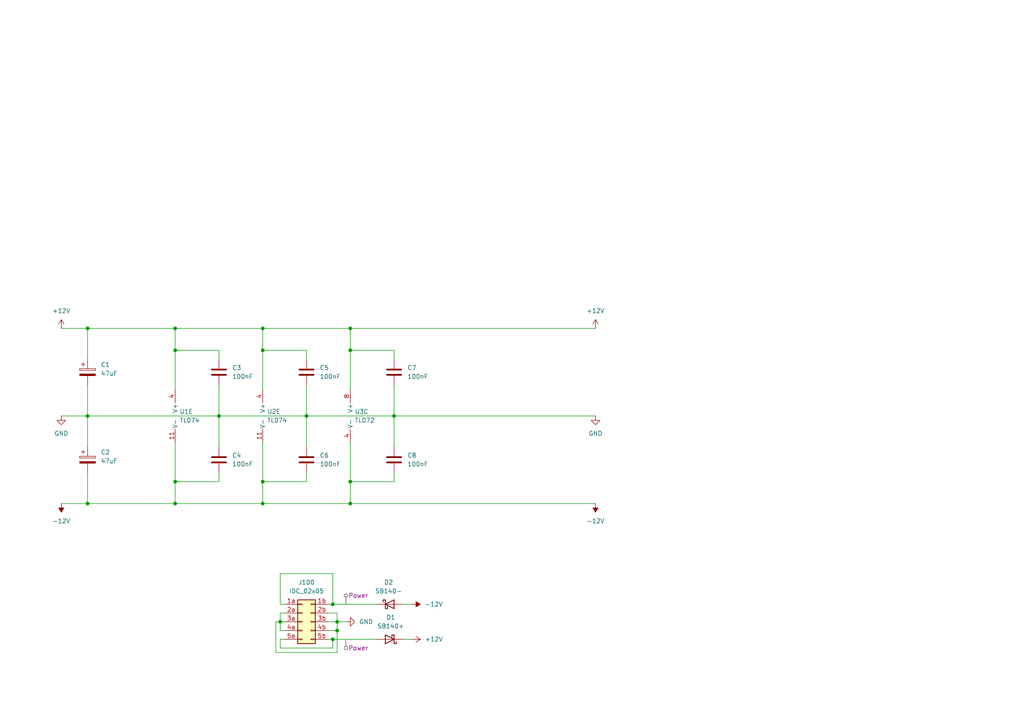
<source format=kicad_sch>
(kicad_sch (version 20250114) (generator "eeschema") (generator_version "9.0")
  (paper "A4")
  (title_block (title "Power Distribution") (company "DMH Instruments") (comment 1 "PCB for 5 cm Kosmo format synthesizer module"))
  (lib_symbols
    (symbol "Amplifier_Operational:TL072" (pin_names (offset 0.127))
      (property "Reference" "U" (at 0 5.08 0))
      (property "Value" "TL072" (at 0 -5.08 0))
      (symbol "TL072_1_1"
        (polyline (pts (xy -5.08 5.08) (xy 5.08 0) (xy -5.08 -5.08) (xy -5.08 5.08)) (stroke (width 0.254)) (fill (type background)))
        (pin input line (at -7.62 2.54 0) (length 2.54) (name "+") (number "3"))
        (pin input line (at -7.62 -2.54 0) (length 2.54) (name "-") (number "2"))
        (pin output line (at 7.62 0 180) (length 2.54) (name "~") (number "1"))
      )
      (symbol "TL072_2_1"
        (polyline (pts (xy -5.08 5.08) (xy 5.08 0) (xy -5.08 -5.08) (xy -5.08 5.08)) (stroke (width 0.254)) (fill (type background)))
        (pin input line (at -7.62 2.54 0) (length 2.54) (name "+") (number "5"))
        (pin input line (at -7.62 -2.54 0) (length 2.54) (name "-") (number "6"))
        (pin output line (at 7.62 0 180) (length 2.54) (name "~") (number "7"))
      )
      (symbol "TL072_3_1"
        (pin power_in line (at -2.54 7.62 270) (length 3.81) (name "V+") (number "8"))
        (pin power_in line (at -2.54 -7.62 90) (length 3.81) (name "V-") (number "4"))
      )
    )
    (symbol "Amplifier_Operational:TL074" (pin_names (offset 0.127))
      (property "Reference" "U" (at 0 5.08 0))
      (property "Value" "TL074" (at 0 -5.08 0))
      (symbol "TL074_1_1"
        (polyline (pts (xy -5.08 5.08) (xy 5.08 0) (xy -5.08 -5.08) (xy -5.08 5.08)) (stroke (width 0.254)) (fill (type background)))
        (pin input line (at -7.62 2.54 0) (length 2.54) (name "+") (number "3"))
        (pin input line (at -7.62 -2.54 0) (length 2.54) (name "-") (number "2"))
        (pin output line (at 7.62 0 180) (length 2.54) (name "~") (number "1"))
      )
      (symbol "TL074_2_1"
        (polyline (pts (xy -5.08 5.08) (xy 5.08 0) (xy -5.08 -5.08) (xy -5.08 5.08)) (stroke (width 0.254)) (fill (type background)))
        (pin input line (at -7.62 2.54 0) (length 2.54) (name "+") (number "5"))
        (pin input line (at -7.62 -2.54 0) (length 2.54) (name "-") (number "6"))
        (pin output line (at 7.62 0 180) (length 2.54) (name "~") (number "7"))
      )
      (symbol "TL074_3_1"
        (polyline (pts (xy -5.08 5.08) (xy 5.08 0) (xy -5.08 -5.08) (xy -5.08 5.08)) (stroke (width 0.254)) (fill (type background)))
        (pin input line (at -7.62 2.54 0) (length 2.54) (name "+") (number "10"))
        (pin input line (at -7.62 -2.54 0) (length 2.54) (name "-") (number "9"))
        (pin output line (at 7.62 0 180) (length 2.54) (name "~") (number "8"))
      )
      (symbol "TL074_4_1"
        (polyline (pts (xy -5.08 5.08) (xy 5.08 0) (xy -5.08 -5.08) (xy -5.08 5.08)) (stroke (width 0.254)) (fill (type background)))
        (pin input line (at -7.62 2.54 0) (length 2.54) (name "+") (number "12"))
        (pin input line (at -7.62 -2.54 0) (length 2.54) (name "-") (number "13"))
        (pin output line (at 7.62 0 180) (length 2.54) (name "~") (number "14"))
      )
      (symbol "TL074_5_1"
        (pin power_in line (at -2.54 7.62 270) (length 3.81) (name "V+") (number "4"))
        (pin power_in line (at -2.54 -7.62 90) (length 3.81) (name "V-") (number "11"))
      )
    )
    (symbol "Device:C" (pin_numbers (hide yes)) (pin_names (offset 0.254))
      (property "Reference" "C" (at 0.635 2.54 0))
      (property "Value" "C" (at 0.635 -2.54 0))
      (symbol "C_0_1"
        (polyline (pts (xy -2.032 0.762) (xy 2.032 0.762)) (stroke (width 0.508)))
        (polyline (pts (xy -2.032 -0.762) (xy 2.032 -0.762)) (stroke (width 0.508)))
      )
      (symbol "C_1_1"
        (pin passive line (at 0 3.81 270) (length 2.794) (name "~") (number "1"))
        (pin passive line (at 0 -3.81 90) (length 2.794) (name "~") (number "2"))
      )
    )
    (symbol "Device:C_Polarized" (pin_numbers (hide yes)) (pin_names (offset 0.254))
      (property "Reference" "C" (at 0.635 2.54 0))
      (property "Value" "C_Polarized" (at 0.635 -2.54 0))
      (symbol "C_Polarized_0_1"
        (rectangle (start -2.286 0.508) (end 2.286 1.016))
        (polyline (pts (xy -1.778 2.286) (xy -0.762 2.286)))
        (polyline (pts (xy -1.27 2.794) (xy -1.27 1.778)))
        (rectangle (start 2.286 -0.508) (end -2.286 -1.016) (fill (type outline)))
      )
      (symbol "C_Polarized_1_1"
        (pin passive line (at 0 3.81 270) (length 2.794) (name "~") (number "1"))
        (pin passive line (at 0 -3.81 90) (length 2.794) (name "~") (number "2"))
      )
    )
    (symbol "SynthStuff:Eurorack_Power_Connector_10Pin" (pin_names (offset 1.016) (hide yes))
      (property "Reference" "J" (at 0 -10.922 0))
      (property "Value" "IDC_02x05" (at 0 -8.382 0))
      (symbol "Eurorack_Power_Connector_10Pin_1_1"
        (rectangle (start -2.54 6.35) (end 2.54 -6.35) (stroke (width 0.254)) (fill (type background)))
        (rectangle (start -2.54 5.207) (end -1.27 4.953) (stroke (width 0.1524)))
        (rectangle (start -2.54 2.667) (end -1.27 2.413) (stroke (width 0.1524)))
        (rectangle (start -2.54 0.127) (end -1.27 -0.127) (stroke (width 0.1524)))
        (rectangle (start -2.54 -2.413) (end -1.27 -2.667) (stroke (width 0.1524)))
        (rectangle (start -2.54 -4.953) (end -1.27 -5.207) (stroke (width 0.1524)))
        (rectangle (start 2.54 5.207) (end 1.27 4.953) (stroke (width 0.1524)))
        (rectangle (start 2.54 2.667) (end 1.27 2.413) (stroke (width 0.1524)))
        (rectangle (start 2.54 0.127) (end 1.27 -0.127) (stroke (width 0.1524)))
        (rectangle (start 2.54 -2.413) (end 1.27 -2.667) (stroke (width 0.1524)))
        (rectangle (start 2.54 -4.953) (end 1.27 -5.207) (stroke (width 0.1524)))
        (pin power_out line (at -6.35 5.08 0) (length 3.81) (name "Pin_1a") (number "1a"))
        (pin power_out line (at -6.35 2.54 0) (length 3.81) (name "Pin_2a") (number "2a"))
        (pin passive line (at -6.35 0 0) (length 3.81) (name "Pin_3a") (number "3a"))
        (pin passive line (at -6.35 -2.54 0) (length 3.81) (name "Pin_4a") (number "4a"))
        (pin power_out line (at -6.35 -5.08 0) (length 3.81) (name "Pin_5a") (number "5a"))
        (pin passive line (at 6.35 5.08 180) (length 3.81) (name "Pin_1b") (number "1b"))
        (pin passive line (at 6.35 2.54 180) (length 3.81) (name "Pin_2b") (number "2b"))
        (pin passive line (at 6.35 0 180) (length 3.81) (name "Pin_3b") (number "3b"))
        (pin passive line (at 6.35 -2.54 180) (length 3.81) (name "Pin_4b") (number "4b"))
        (pin passive line (at 6.35 -5.08 180) (length 3.81) (name "Pin_5b") (number "5b"))
      )
    )
    (symbol "SynthStuff:Power_Bus_Schotty_+" (pin_numbers (hide yes)) (pin_names (offset 1.016) (hide yes))
      (property "Reference" "D" (at 0 2.54 0))
      (property "Value" "SB140+" (at 0 -2.54 0))
      (symbol "Power_Bus_Schotty_+_0_1"
        (polyline (pts (xy -1.905 0.635) (xy -1.905 1.27) (xy -1.27 1.27) (xy -1.27 -1.27) (xy -0.635 -1.27) (xy -0.635 -0.635)) (stroke (width 0.254)))
        (polyline (pts (xy 1.27 1.27) (xy 1.27 -1.27) (xy -1.27 0) (xy 1.27 1.27)) (stroke (width 0.254)))
        (polyline (pts (xy 1.27 0) (xy -1.27 0)))
      )
      (symbol "Power_Bus_Schotty_+_1_1"
        (pin power_out line (at -3.81 0 0) (length 2.54) (name "K") (number "1"))
        (pin power_in line (at 3.81 0 180) (length 2.54) (name "A") (number "2"))
      )
    )
    (symbol "SynthStuff:Power_Bus_Schotty_-" (pin_numbers (hide yes)) (pin_names (offset 1.016) (hide yes))
      (property "Reference" "D" (at 0 2.54 0))
      (property "Value" "SB140-" (at 0 -2.54 0))
      (symbol "Power_Bus_Schotty_-_0_1"
        (polyline (pts (xy -1.905 0.635) (xy -1.905 1.27) (xy -1.27 1.27) (xy -1.27 -1.27) (xy -0.635 -1.27) (xy -0.635 -0.635)) (stroke (width 0.254)))
        (polyline (pts (xy 1.27 1.27) (xy 1.27 -1.27) (xy -1.27 0) (xy 1.27 1.27)) (stroke (width 0.254)))
        (polyline (pts (xy 1.27 0) (xy -1.27 0)))
      )
      (symbol "Power_Bus_Schotty_-_1_1"
        (pin power_in line (at -3.81 0 0) (length 2.54) (name "K") (number "1"))
        (pin power_out line (at 3.81 0 180) (length 2.54) (name "A") (number "2"))
      )
    )
    (symbol "power:+12V" (power) (pin_numbers (hide yes)) (pin_names (offset 0) (hide yes))
      (property "Value" "+12V" (at 0 3.556 0))
      (symbol "+12V_0_1"
        (polyline (pts (xy -0.762 1.27) (xy 0 2.54)))
        (polyline (pts (xy 0 2.54) (xy 0.762 1.27)))
        (polyline (pts (xy 0 0) (xy 0 2.54)))
      )
      (symbol "+12V_1_1"
        (pin power_in line (at 0 0 90) (length 0) (name "~") (number "1"))
      )
    )
    (symbol "power:-12V" (power) (pin_numbers (hide yes)) (pin_names (offset 0) (hide yes))
      (property "Value" "-12V" (at 0 3.556 0))
      (symbol "-12V_0_0"
        (pin power_in line (at 0 0 90) (length 0) (name "~") (number "1"))
      )
      (symbol "-12V_0_1"
        (polyline (pts (xy 0 0) (xy 0 1.27) (xy 0.762 1.27) (xy 0 2.54) (xy -0.762 1.27) (xy 0 1.27)) (fill (type outline)))
      )
    )
    (symbol "power:GND" (power) (pin_numbers (hide yes)) (pin_names (offset 0) (hide yes))
      (property "Value" "GND" (at 0 -3.81 0))
      (symbol "GND_0_1"
        (polyline (pts (xy 0 0) (xy 0 -1.27) (xy 1.27 -1.27) (xy 0 -2.54) (xy -1.27 -1.27) (xy 0 -1.27)))
      )
      (symbol "GND_1_1"
        (pin power_in line (at 0 0 270) (length 0) (name "~") (number "1"))
      )
    )
  )
  (junction (at 50.8 95.25))
  (junction (at 76.2 139.7))
  (junction (at 81.28 180.34))
  (junction (at 88.9 120.65))
  (junction (at 97.79 180.34))
  (junction (at 25.4 120.65))
  (junction (at 101.6 146.05))
  (junction (at 76.2 101.6))
  (junction (at 96.52 175.26))
  (junction (at 101.6 101.6))
  (junction (at 97.79 182.88))
  (junction (at 25.4 146.05))
  (junction (at 50.8 146.05))
  (junction (at 96.52 185.42))
  (junction (at 50.8 139.7))
  (junction (at 25.4 95.25))
  (junction (at 101.6 139.7))
  (junction (at 76.2 146.05))
  (junction (at 114.3 120.65))
  (junction (at 76.2 95.25))
  (junction (at 50.8 101.6))
  (junction (at 101.6 95.25))
  (junction (at 63.5 120.65))
  (wire (pts (xy 96.52 175.26) (xy 109.22 175.26)))
  (wire (pts (xy 81.28 166.37) (xy 96.52 166.37)))
  (wire (pts (xy 114.3 137.16) (xy 114.3 139.7)))
  (wire (pts (xy 101.6 146.05) (xy 172.72 146.05)))
  (wire (pts (xy 101.6 101.6) (xy 101.6 113.03)))
  (wire (pts (xy 81.28 180.34) (xy 80.01 180.34)))
  (wire (pts (xy 50.8 139.7) (xy 50.8 146.05)))
  (wire (pts (xy 63.5 111.76) (xy 63.5 120.65)))
  (wire (pts (xy 95.25 185.42) (xy 96.52 185.42)))
  (wire (pts (xy 17.78 120.65) (xy 25.4 120.65)))
  (wire (pts (xy 81.28 177.8) (xy 82.55 177.8)))
  (wire (pts (xy 95.25 180.34) (xy 97.79 180.34)))
  (wire (pts (xy 97.79 189.23) (xy 97.79 182.88)))
  (wire (pts (xy 63.5 104.14) (xy 63.5 101.6)))
  (wire (pts (xy 116.84 185.42) (xy 119.38 185.42)))
  (wire (pts (xy 50.8 146.05) (xy 76.2 146.05)))
  (wire (pts (xy 25.4 146.05) (xy 50.8 146.05)))
  (wire (pts (xy 63.5 120.65) (xy 63.5 129.54)))
  (wire (pts (xy 101.6 95.25) (xy 172.72 95.25)))
  (wire (pts (xy 82.55 182.88) (xy 81.28 182.88)))
  (wire (pts (xy 81.28 175.26) (xy 81.28 166.37)))
  (wire (pts (xy 25.4 95.25) (xy 25.4 104.14)))
  (wire (pts (xy 50.8 128.27) (xy 50.8 139.7)))
  (wire (pts (xy 76.2 101.6) (xy 88.9 101.6)))
  (wire (pts (xy 76.2 95.25) (xy 76.2 101.6)))
  (wire (pts (xy 101.6 101.6) (xy 114.3 101.6)))
  (wire (pts (xy 96.52 166.37) (xy 96.52 175.26)))
  (wire (pts (xy 17.78 95.25) (xy 25.4 95.25)))
  (wire (pts (xy 114.3 120.65) (xy 88.9 120.65)))
  (wire (pts (xy 25.4 95.25) (xy 50.8 95.25)))
  (wire (pts (xy 81.28 182.88) (xy 81.28 180.34)))
  (wire (pts (xy 88.9 137.16) (xy 88.9 139.7)))
  (wire (pts (xy 50.8 101.6) (xy 50.8 113.03)))
  (wire (pts (xy 88.9 120.65) (xy 63.5 120.65)))
  (wire (pts (xy 76.2 139.7) (xy 76.2 146.05)))
  (wire (pts (xy 82.55 175.26) (xy 81.28 175.26)))
  (wire (pts (xy 101.6 139.7) (xy 101.6 146.05)))
  (wire (pts (xy 101.6 128.27) (xy 101.6 139.7)))
  (wire (pts (xy 97.79 177.8) (xy 97.79 180.34)))
  (wire (pts (xy 25.4 111.76) (xy 25.4 120.65)))
  (wire (pts (xy 82.55 185.42) (xy 81.28 185.42)))
  (wire (pts (xy 116.84 175.26) (xy 119.38 175.26)))
  (wire (pts (xy 25.4 120.65) (xy 25.4 129.54)))
  (wire (pts (xy 81.28 185.42) (xy 81.28 187.96)))
  (wire (pts (xy 95.25 182.88) (xy 97.79 182.88)))
  (wire (pts (xy 95.25 177.8) (xy 97.79 177.8)))
  (wire (pts (xy 76.2 128.27) (xy 76.2 139.7)))
  (wire (pts (xy 88.9 111.76) (xy 88.9 120.65)))
  (wire (pts (xy 101.6 139.7) (xy 114.3 139.7)))
  (wire (pts (xy 88.9 139.7) (xy 76.2 139.7)))
  (wire (pts (xy 81.28 180.34) (xy 82.55 180.34)))
  (wire (pts (xy 81.28 187.96) (xy 96.52 187.96)))
  (wire (pts (xy 97.79 180.34) (xy 100.33 180.34)))
  (wire (pts (xy 63.5 137.16) (xy 63.5 139.7)))
  (wire (pts (xy 114.3 111.76) (xy 114.3 120.65)))
  (wire (pts (xy 88.9 104.14) (xy 88.9 101.6)))
  (wire (pts (xy 76.2 101.6) (xy 76.2 113.03)))
  (wire (pts (xy 80.01 189.23) (xy 97.79 189.23)))
  (wire (pts (xy 50.8 95.25) (xy 50.8 101.6)))
  (wire (pts (xy 114.3 120.65) (xy 172.72 120.65)))
  (wire (pts (xy 101.6 95.25) (xy 76.2 95.25)))
  (wire (pts (xy 50.8 101.6) (xy 63.5 101.6)))
  (wire (pts (xy 80.01 180.34) (xy 80.01 189.23)))
  (wire (pts (xy 101.6 95.25) (xy 101.6 101.6)))
  (wire (pts (xy 63.5 139.7) (xy 50.8 139.7)))
  (wire (pts (xy 25.4 137.16) (xy 25.4 146.05)))
  (wire (pts (xy 96.52 187.96) (xy 96.52 185.42)))
  (wire (pts (xy 88.9 120.65) (xy 88.9 129.54)))
  (wire (pts (xy 97.79 182.88) (xy 97.79 180.34)))
  (wire (pts (xy 76.2 95.25) (xy 50.8 95.25)))
  (wire (pts (xy 17.78 146.05) (xy 25.4 146.05)))
  (wire (pts (xy 81.28 180.34) (xy 81.28 177.8)))
  (wire (pts (xy 114.3 104.14) (xy 114.3 101.6)))
  (wire (pts (xy 95.25 175.26) (xy 96.52 175.26)))
  (wire (pts (xy 101.6 146.05) (xy 76.2 146.05)))
  (wire (pts (xy 96.52 185.42) (xy 109.22 185.42)))
  (wire (pts (xy 114.3 120.65) (xy 114.3 129.54)))
  (wire (pts (xy 25.4 120.65) (xy 63.5 120.65)))
  (netclass_flag "" (length 2.54) (shape round) (at 100.33 185.42 180) (property "Netclass" "Power" (at 101.0285 187.96 0) (effects (justify left))))
  (netclass_flag "" (length 2.54) (shape round) (at 100.33 175.26 0) (property "Netclass" "Power" (at 101.0285 172.72 0) (effects (justify left))))
  (symbol (lib_id "Device:C") (at 114.3 107.95 0) (unit 1)
    (property "Reference" "C7" (at 118.11 106.6799 0) (effects (justify left)))
    (property "Value" "100nF" (at 118.11 109.2199 0) (effects (justify left)))
    (property "Footprint" "Capacitor_THT:C_Disc_D4.3mm_W1.9mm_P5.00mm" (effects (hide yes)))
    (property "Description" "Unpolarized capacitor" (effects (hide yes)))
  )
  (symbol (lib_id "Device:C") (at 63.5 107.95 0) (unit 1)
    (property "Reference" "C3" (at 67.31 106.6799 0) (effects (justify left)))
    (property "Value" "100nF" (at 67.31 109.2199 0) (effects (justify left)))
    (property "Footprint" "Capacitor_THT:C_Disc_D4.3mm_W1.9mm_P5.00mm" (effects (hide yes)))
    (property "Description" "Unpolarized capacitor" (effects (hide yes)))
  )
  (symbol (lib_id "Device:C_Polarized") (at 25.4 133.35 0) (unit 1)
    (property "Reference" "C2" (at 29.21 131.1909 0) (effects (justify left)))
    (property "Value" "47uF" (at 29.21 133.7309 0) (effects (justify left)))
    (property "Footprint" "Capacitor_THT:CP_Radial_D5.0mm_P2.00mm" (effects (hide yes)))
    (property "Description" "Polarized capacitor" (effects (hide yes)))
  )
  (symbol (lib_id "power:+12V") (at 17.78 95.25 0) (unit 1)
    (property "Reference" "#PWR013" (effects (hide yes)))
    (property "Value" "+12V" (at 17.78 90.17 0))
    (property "Description" "Power symbol creates a global label with name \"+12V\"" (effects (hide yes)))
  )
  (symbol (lib_id "power:-12V") (at 119.38 175.26 270) (unit 1)
    (property "Reference" "#PWR05" (effects (hide yes)))
    (property "Value" "-12V" (at 123.19 175.2599 90) (effects (justify left)))
    (property "Description" "Power symbol creates a global label with name \"-12V\"" (effects (hide yes)))
  )
  (symbol (lib_id "Amplifier_Operational:TL072") (at 104.14 120.65 0) (unit 3)
    (property "Reference" "U3" (at 102.87 119.3799 0) (effects (justify left)))
    (property "Value" "TL072" (at 102.87 121.9199 0) (effects (justify left)))
    (property "Footprint" "Package_DIP:DIP-8_W7.62mm_Socket" (effects (hide yes)))
    (property "Datasheet" "http://www.ti.com/lit/ds/symlink/tl071.pdf" (effects (hide yes)))
    (property "Description" "Dual Low-Noise JFET-Input Operational Amplifiers, DIP-8/SOIC-8" (effects (hide yes)))
  )
  (symbol (lib_id "Amplifier_Operational:TL074") (at 78.74 120.65 0) (unit 5)
    (property "Reference" "U2" (at 77.47 119.3799 0) (effects (justify left)))
    (property "Value" "TL074" (at 77.47 121.9199 0) (effects (justify left)))
    (property "Footprint" "Package_DIP:DIP-14_W7.62mm_Socket" (effects (hide yes)))
    (property "Datasheet" "http://www.ti.com/lit/ds/symlink/tl071.pdf" (effects (hide yes)))
    (property "Description" "Quad Low-Noise JFET-Input Operational Amplifiers, DIP-14/SOIC-14" (effects (hide yes)))
  )
  (symbol (lib_id "power:-12V") (at 17.78 146.05 180) (unit 1)
    (property "Reference" "#PWR017" (effects (hide yes)))
    (property "Value" "-12V" (at 17.78 151.13 0))
    (property "Description" "Power symbol creates a global label with name \"-12V\"" (effects (hide yes)))
  )
  (symbol (lib_id "SynthStuff:Eurorack_Power_Connector_10Pin") (at 88.9 180.34 0) (unit 1)
    (property "Reference" "J100" (at 88.9 168.91 0))
    (property "Value" "IDC_02x05" (at 88.9 171.45 0))
    (property "Footprint" "SynthStuff:IDC-Header_2x05_P2.54mm_Vertical_Eurorack" (effects (hide yes)))
    (property "Description" "IDC jack, 2x5 pins, row a carries same signals as row b." (effects (hide yes)))
  )
  (symbol (lib_id "Device:C") (at 88.9 107.95 0) (unit 1)
    (property "Reference" "C5" (at 92.71 106.6799 0) (effects (justify left)))
    (property "Value" "100nF" (at 92.71 109.2199 0) (effects (justify left)))
    (property "Footprint" "Capacitor_THT:C_Disc_D4.3mm_W1.9mm_P5.00mm" (effects (hide yes)))
    (property "Description" "Unpolarized capacitor" (effects (hide yes)))
  )
  (symbol (lib_id "Device:C") (at 114.3 133.35 0) (unit 1)
    (property "Reference" "C8" (at 118.11 132.0799 0) (effects (justify left)))
    (property "Value" "100nF" (at 118.11 134.6199 0) (effects (justify left)))
    (property "Footprint" "Capacitor_THT:C_Disc_D4.3mm_W1.9mm_P5.00mm" (effects (hide yes)))
    (property "Description" "Unpolarized capacitor" (effects (hide yes)))
  )
  (symbol (lib_id "power:GND") (at 17.78 120.65 0) (unit 1)
    (property "Reference" "#PWR015" (effects (hide yes)))
    (property "Value" "GND" (at 17.78 125.73 0))
    (property "Description" "Power symbol creates a global label with name \"GND\" , ground" (effects (hide yes)))
  )
  (symbol (lib_id "power:+12V") (at 172.72 95.25 0) (unit 1)
    (property "Reference" "#PWR014" (effects (hide yes)))
    (property "Value" "+12V" (at 172.72 90.17 0))
    (property "Description" "Power symbol creates a global label with name \"+12V\"" (effects (hide yes)))
  )
  (symbol (lib_id "power:GND") (at 172.72 120.65 0) (unit 1)
    (property "Reference" "#PWR016" (effects (hide yes)))
    (property "Value" "GND" (at 172.72 125.73 0))
    (property "Description" "Power symbol creates a global label with name \"GND\" , ground" (effects (hide yes)))
  )
  (symbol (lib_id "SynthStuff:Power_Bus_Schotty_+") (at 113.03 185.42 180) (unit 1)
    (property "Reference" "D1" (at 113.3475 179.07 0))
    (property "Value" "SB140+" (at 113.3475 181.61 0))
    (property "Footprint" "Diode_THT:D_DO-41_SOD81_P10.16mm_Horizontal" (effects (hide yes)))
    (property "Datasheet" "http://www.diodes.com/_files/datasheets/ds23022.pdf" (effects (hide yes)))
    (property "Description" "40V 1A Schottky Barrier Rectifier Diode, DO-41" (effects (hide yes)))
  )
  (symbol (lib_id "Amplifier_Operational:TL074") (at 53.34 120.65 0) (unit 5)
    (property "Reference" "U1" (at 52.07 119.3799 0) (effects (justify left)))
    (property "Value" "TL074" (at 52.07 121.9199 0) (effects (justify left)))
    (property "Footprint" "Package_DIP:DIP-14_W7.62mm_Socket" (effects (hide yes)))
    (property "Datasheet" "http://www.ti.com/lit/ds/symlink/tl071.pdf" (effects (hide yes)))
    (property "Description" "Quad Low-Noise JFET-Input Operational Amplifiers, DIP-14/SOIC-14" (effects (hide yes)))
  )
  (symbol (lib_id "Device:C") (at 88.9 133.35 0) (unit 1)
    (property "Reference" "C6" (at 92.71 132.0799 0) (effects (justify left)))
    (property "Value" "100nF" (at 92.71 134.6199 0) (effects (justify left)))
    (property "Footprint" "Capacitor_THT:C_Disc_D4.3mm_W1.9mm_P5.00mm" (effects (hide yes)))
    (property "Description" "Unpolarized capacitor" (effects (hide yes)))
  )
  (symbol (lib_id "power:+12V") (at 119.38 185.42 270) (unit 1)
    (property "Reference" "#PWR06" (effects (hide yes)))
    (property "Value" "+12V" (at 123.19 185.4199 90) (effects (justify left)))
    (property "Description" "Power symbol creates a global label with name \"+12V\"" (effects (hide yes)))
  )
  (symbol (lib_id "Device:C") (at 63.5 133.35 0) (unit 1)
    (property "Reference" "C4" (at 67.31 132.0799 0) (effects (justify left)))
    (property "Value" "100nF" (at 67.31 134.6199 0) (effects (justify left)))
    (property "Footprint" "Capacitor_THT:C_Disc_D4.3mm_W1.9mm_P5.00mm" (effects (hide yes)))
    (property "Description" "Unpolarized capacitor" (effects (hide yes)))
  )
  (symbol (lib_id "Device:C_Polarized") (at 25.4 107.95 0) (unit 1)
    (property "Reference" "C1" (at 29.21 105.7909 0) (effects (justify left)))
    (property "Value" "47uF" (at 29.21 108.3309 0) (effects (justify left)))
    (property "Footprint" "Capacitor_THT:CP_Radial_D5.0mm_P2.00mm" (effects (hide yes)))
    (property "Description" "Polarized capacitor" (effects (hide yes)))
  )
  (symbol (lib_id "power:-12V") (at 172.72 146.05 180) (unit 1)
    (property "Reference" "#PWR018" (effects (hide yes)))
    (property "Value" "-12V" (at 172.72 151.13 0))
    (property "Description" "Power symbol creates a global label with name \"-12V\"" (effects (hide yes)))
  )
  (symbol (lib_id "SynthStuff:Power_Bus_Schotty_-") (at 113.03 175.26 0) (unit 1)
    (property "Reference" "D2" (at 112.7125 168.91 0))
    (property "Value" "SB140-" (at 112.7125 171.45 0))
    (property "Footprint" "Diode_THT:D_DO-41_SOD81_P10.16mm_Horizontal" (effects (hide yes)))
    (property "Datasheet" "http://www.diodes.com/_files/datasheets/ds23022.pdf" (effects (hide yes)))
    (property "Description" "40V 1A Schottky Barrier Rectifier Diode, DO-41" (effects (hide yes)))
  )
  (symbol (lib_id "power:GND") (at 100.33 180.34 90) (unit 1)
    (property "Reference" "#PWR07" (effects (hide yes)))
    (property "Value" "GND" (at 104.14 180.3399 90) (effects (justify right)))
    (property "Description" "Power symbol creates a global label with name \"GND\" , ground" (effects (hide yes)))
  )
)
</source>
